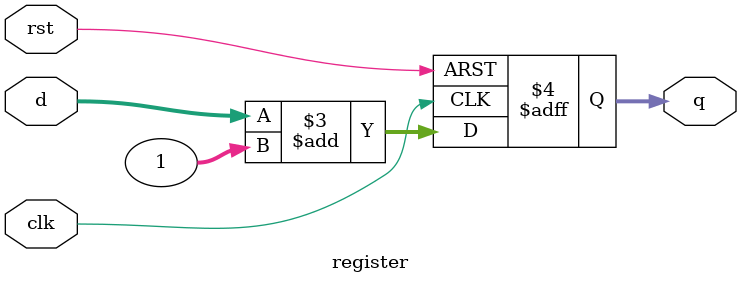
<source format=v>


module register
#(
    parameter SIZE = 32
)
(
    input                       clk,
    input                       rst,
    input      [ SIZE - 1 : 0 ] d,
    output reg [ SIZE - 1 : 0 ] q
);
    always @ (posedge clk or negedge rst)
        if(~rst)
            q <= { SIZE { 1'b0}};
        else
            q <= d + 1;
endmodule

</source>
